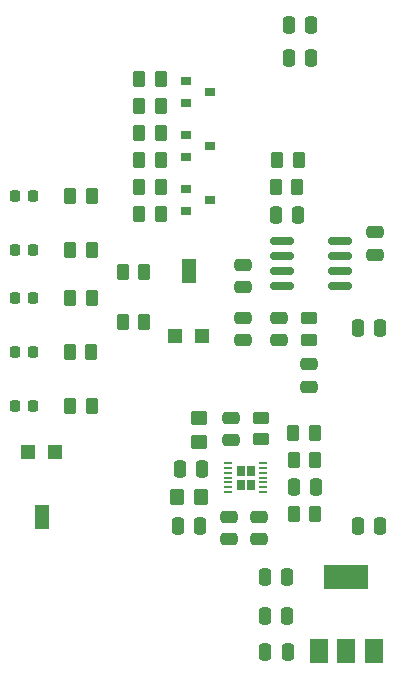
<source format=gtp>
%TF.GenerationSoftware,KiCad,Pcbnew,(6.0.0)*%
%TF.CreationDate,2021-12-26T21:14:17+01:00*%
%TF.ProjectId,TRX_Board,5452585f-426f-4617-9264-2e6b69636164,V 1.0*%
%TF.SameCoordinates,Original*%
%TF.FileFunction,Paste,Top*%
%TF.FilePolarity,Positive*%
%FSLAX46Y46*%
G04 Gerber Fmt 4.6, Leading zero omitted, Abs format (unit mm)*
G04 Created by KiCad (PCBNEW (6.0.0)) date 2021-12-26 21:14:17*
%MOMM*%
%LPD*%
G01*
G04 APERTURE LIST*
G04 Aperture macros list*
%AMRoundRect*
0 Rectangle with rounded corners*
0 $1 Rounding radius*
0 $2 $3 $4 $5 $6 $7 $8 $9 X,Y pos of 4 corners*
0 Add a 4 corners polygon primitive as box body*
4,1,4,$2,$3,$4,$5,$6,$7,$8,$9,$2,$3,0*
0 Add four circle primitives for the rounded corners*
1,1,$1+$1,$2,$3*
1,1,$1+$1,$4,$5*
1,1,$1+$1,$6,$7*
1,1,$1+$1,$8,$9*
0 Add four rect primitives between the rounded corners*
20,1,$1+$1,$2,$3,$4,$5,0*
20,1,$1+$1,$4,$5,$6,$7,0*
20,1,$1+$1,$6,$7,$8,$9,0*
20,1,$1+$1,$8,$9,$2,$3,0*%
G04 Aperture macros list end*
%ADD10RoundRect,0.250000X-0.475000X0.250000X-0.475000X-0.250000X0.475000X-0.250000X0.475000X0.250000X0*%
%ADD11RoundRect,0.250000X0.250000X0.475000X-0.250000X0.475000X-0.250000X-0.475000X0.250000X-0.475000X0*%
%ADD12RoundRect,0.250000X0.475000X-0.250000X0.475000X0.250000X-0.475000X0.250000X-0.475000X-0.250000X0*%
%ADD13RoundRect,0.250000X-0.250000X-0.475000X0.250000X-0.475000X0.250000X0.475000X-0.250000X0.475000X0*%
%ADD14R,0.900000X0.800000*%
%ADD15RoundRect,0.249999X-0.262501X-0.450001X0.262501X-0.450001X0.262501X0.450001X-0.262501X0.450001X0*%
%ADD16RoundRect,0.249999X0.262501X0.450001X-0.262501X0.450001X-0.262501X-0.450001X0.262501X-0.450001X0*%
%ADD17RoundRect,0.249999X-0.450001X0.262501X-0.450001X-0.262501X0.450001X-0.262501X0.450001X0.262501X0*%
%ADD18RoundRect,0.249999X0.450001X-0.262501X0.450001X0.262501X-0.450001X0.262501X-0.450001X-0.262501X0*%
%ADD19R,1.500000X2.000000*%
%ADD20R,3.800000X2.000000*%
%ADD21RoundRect,0.150000X-0.825000X-0.150000X0.825000X-0.150000X0.825000X0.150000X-0.825000X0.150000X0*%
%ADD22R,0.700000X0.970000*%
%ADD23R,0.700000X0.250000*%
%ADD24R,1.300000X1.300000*%
%ADD25R,1.300000X2.000000*%
%ADD26RoundRect,0.249999X-0.450001X0.350001X-0.450001X-0.350001X0.450001X-0.350001X0.450001X0.350001X0*%
%ADD27RoundRect,0.249999X-0.350001X-0.450001X0.350001X-0.450001X0.350001X0.450001X-0.350001X0.450001X0*%
%ADD28RoundRect,0.218750X-0.218750X-0.256250X0.218750X-0.256250X0.218750X0.256250X-0.218750X0.256250X0*%
G04 APERTURE END LIST*
D10*
%TO.C,C1*%
X126746000Y-93157000D03*
X126746000Y-95057000D03*
%TD*%
D11*
%TO.C,C2*%
X130556000Y-121412000D03*
X128656000Y-121412000D03*
%TD*%
%TO.C,C3*%
X138364000Y-110744000D03*
X136464000Y-110744000D03*
%TD*%
D10*
%TO.C,C4*%
X126746000Y-88646000D03*
X126746000Y-90546000D03*
%TD*%
D12*
%TO.C,C5*%
X137922000Y-87818000D03*
X137922000Y-85918000D03*
%TD*%
D13*
%TO.C,C6*%
X129540000Y-84455000D03*
X131440000Y-84455000D03*
%TD*%
D11*
%TO.C,C7*%
X130490000Y-115062000D03*
X128590000Y-115062000D03*
%TD*%
D10*
%TO.C,C8*%
X132334000Y-97094000D03*
X132334000Y-98994000D03*
%TD*%
D11*
%TO.C,C9*%
X130490000Y-118364000D03*
X128590000Y-118364000D03*
%TD*%
D10*
%TO.C,C10*%
X129794000Y-93141800D03*
X129794000Y-95041800D03*
%TD*%
%TO.C,C11*%
X125603000Y-109982000D03*
X125603000Y-111882000D03*
%TD*%
D11*
%TO.C,C12*%
X132522000Y-71120000D03*
X130622000Y-71120000D03*
%TD*%
%TO.C,C13*%
X132522000Y-68326000D03*
X130622000Y-68326000D03*
%TD*%
%TO.C,C14*%
X138364000Y-93980000D03*
X136464000Y-93980000D03*
%TD*%
D10*
%TO.C,C15*%
X128143000Y-109982000D03*
X128143000Y-111882000D03*
%TD*%
%TO.C,C16*%
X125730000Y-101600000D03*
X125730000Y-103500000D03*
%TD*%
D11*
%TO.C,C17*%
X132964000Y-107442000D03*
X131064000Y-107442000D03*
%TD*%
%TO.C,C18*%
X123317000Y-105918000D03*
X121417000Y-105918000D03*
%TD*%
%TO.C,C19*%
X123124000Y-110744000D03*
X121224000Y-110744000D03*
%TD*%
D14*
%TO.C,Q1*%
X121936000Y-73091000D03*
X121936000Y-74991000D03*
X123936000Y-74041000D03*
%TD*%
%TO.C,Q2*%
X121920000Y-77663000D03*
X121920000Y-79563000D03*
X123920000Y-78613000D03*
%TD*%
%TO.C,Q3*%
X121920000Y-82235000D03*
X121920000Y-84135000D03*
X123920000Y-83185000D03*
%TD*%
D15*
%TO.C,R1*%
X129540000Y-82042000D03*
X131365000Y-82042000D03*
%TD*%
D16*
%TO.C,R2*%
X119808000Y-82042000D03*
X117983000Y-82042000D03*
%TD*%
%TO.C,R3*%
X119784500Y-75184000D03*
X117959500Y-75184000D03*
%TD*%
%TO.C,R4*%
X131468500Y-79756000D03*
X129643500Y-79756000D03*
%TD*%
%TO.C,R5*%
X119808000Y-79756000D03*
X117983000Y-79756000D03*
%TD*%
%TO.C,R6*%
X119784500Y-72898000D03*
X117959500Y-72898000D03*
%TD*%
%TO.C,R7*%
X119784500Y-77470000D03*
X117959500Y-77470000D03*
%TD*%
%TO.C,R8*%
X119808000Y-84328000D03*
X117983000Y-84328000D03*
%TD*%
D15*
%TO.C,R9*%
X116562500Y-89281000D03*
X118387500Y-89281000D03*
%TD*%
D17*
%TO.C,R10*%
X132334000Y-93169100D03*
X132334000Y-94994100D03*
%TD*%
D16*
%TO.C,R11*%
X118411000Y-93472000D03*
X116586000Y-93472000D03*
%TD*%
D18*
%TO.C,R12*%
X128270000Y-103425000D03*
X128270000Y-101600000D03*
%TD*%
D15*
%TO.C,R14*%
X131064000Y-105156000D03*
X132889000Y-105156000D03*
%TD*%
%TO.C,R15*%
X131064000Y-109728000D03*
X132889000Y-109728000D03*
%TD*%
D19*
%TO.C,U1*%
X133209000Y-121362000D03*
D20*
X135509000Y-115062000D03*
D19*
X135509000Y-121362000D03*
X137809000Y-121362000D03*
%TD*%
D21*
%TO.C,U2*%
X130048000Y-86614000D03*
X130048000Y-87884000D03*
X130048000Y-89154000D03*
X130048000Y-90424000D03*
X134998000Y-90424000D03*
X134998000Y-89154000D03*
X134998000Y-87884000D03*
X134998000Y-86614000D03*
%TD*%
D22*
%TO.C,U4*%
X126555000Y-106092500D03*
X126555000Y-107267500D03*
X127450000Y-107267500D03*
X127450000Y-106092500D03*
D23*
X125525000Y-105480000D03*
X125525000Y-105880000D03*
X125525000Y-106280000D03*
X125525000Y-106680000D03*
X125525000Y-107080000D03*
X125525000Y-107480000D03*
X125525000Y-107880000D03*
X128475000Y-107880000D03*
X128475000Y-107480000D03*
X128475000Y-107080000D03*
X128475000Y-106680000D03*
X128475000Y-106280000D03*
X128475000Y-105880000D03*
X128475000Y-105480000D03*
%TD*%
D24*
%TO.C,RV1*%
X123324000Y-94654000D03*
D25*
X122174000Y-89154000D03*
D24*
X121024000Y-94654000D03*
%TD*%
%TO.C,RV2*%
X108578000Y-104482000D03*
D25*
X109728000Y-109982000D03*
D24*
X110878000Y-104482000D03*
%TD*%
D26*
%TO.C,L1*%
X123063000Y-101632000D03*
X123063000Y-103632000D03*
%TD*%
D27*
%TO.C,L2*%
X121190000Y-108331000D03*
X123190000Y-108331000D03*
%TD*%
D28*
%TO.C,D1*%
X107416500Y-91440000D03*
X108991500Y-91440000D03*
%TD*%
%TO.C,D3*%
X107416500Y-100584000D03*
X108991500Y-100584000D03*
%TD*%
%TO.C,D4*%
X107442000Y-82804000D03*
X109017000Y-82804000D03*
%TD*%
%TO.C,D5*%
X107416500Y-87376000D03*
X108991500Y-87376000D03*
%TD*%
D15*
%TO.C,R16*%
X112141000Y-91440000D03*
X113966000Y-91440000D03*
%TD*%
%TO.C,R17*%
X112094000Y-96012000D03*
X113919000Y-96012000D03*
%TD*%
%TO.C,R19*%
X112117500Y-82804000D03*
X113942500Y-82804000D03*
%TD*%
%TO.C,R20*%
X112141000Y-87376000D03*
X113966000Y-87376000D03*
%TD*%
D28*
%TO.C,D2*%
X107416500Y-96012000D03*
X108991500Y-96012000D03*
%TD*%
D16*
%TO.C,R13*%
X132842000Y-102870000D03*
X131017000Y-102870000D03*
%TD*%
D15*
%TO.C,R18*%
X112117500Y-100584000D03*
X113942500Y-100584000D03*
%TD*%
M02*

</source>
